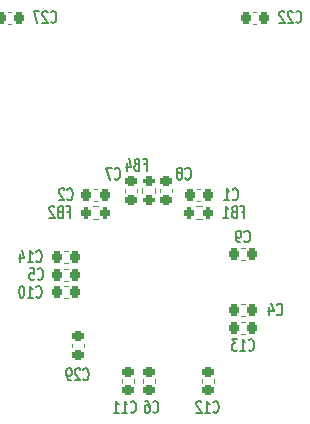
<source format=gbo>
%TF.GenerationSoftware,KiCad,Pcbnew,8.0.7*%
%TF.CreationDate,2025-01-02T12:23:41+01:00*%
%TF.ProjectId,kyncat,6b796e63-6174-42e6-9b69-6361645f7063,rev?*%
%TF.SameCoordinates,Original*%
%TF.FileFunction,Legend,Bot*%
%TF.FilePolarity,Positive*%
%FSLAX46Y46*%
G04 Gerber Fmt 4.6, Leading zero omitted, Abs format (unit mm)*
G04 Created by KiCad (PCBNEW 8.0.7) date 2025-01-02 12:23:41*
%MOMM*%
%LPD*%
G01*
G04 APERTURE LIST*
G04 Aperture macros list*
%AMRoundRect*
0 Rectangle with rounded corners*
0 $1 Rounding radius*
0 $2 $3 $4 $5 $6 $7 $8 $9 X,Y pos of 4 corners*
0 Add a 4 corners polygon primitive as box body*
4,1,4,$2,$3,$4,$5,$6,$7,$8,$9,$2,$3,0*
0 Add four circle primitives for the rounded corners*
1,1,$1+$1,$2,$3*
1,1,$1+$1,$4,$5*
1,1,$1+$1,$6,$7*
1,1,$1+$1,$8,$9*
0 Add four rect primitives between the rounded corners*
20,1,$1+$1,$2,$3,$4,$5,0*
20,1,$1+$1,$4,$5,$6,$7,0*
20,1,$1+$1,$6,$7,$8,$9,0*
20,1,$1+$1,$8,$9,$2,$3,0*%
G04 Aperture macros list end*
%ADD10C,0.187500*%
%ADD11C,0.120000*%
%ADD12R,1.700000X1.700000*%
%ADD13O,1.700000X1.700000*%
%ADD14C,3.250000*%
%ADD15R,1.400000X1.400000*%
%ADD16C,1.400000*%
%ADD17C,2.000000*%
%ADD18C,3.000000*%
%ADD19C,3.200000*%
%ADD20C,2.200000*%
%ADD21RoundRect,0.225000X0.225000X0.250000X-0.225000X0.250000X-0.225000X-0.250000X0.225000X-0.250000X0*%
%ADD22RoundRect,0.200000X-0.275000X0.200000X-0.275000X-0.200000X0.275000X-0.200000X0.275000X0.200000X0*%
%ADD23RoundRect,0.225000X0.250000X-0.225000X0.250000X0.225000X-0.250000X0.225000X-0.250000X-0.225000X0*%
%ADD24RoundRect,0.225000X-0.225000X-0.250000X0.225000X-0.250000X0.225000X0.250000X-0.225000X0.250000X0*%
%ADD25RoundRect,0.225000X-0.250000X0.225000X-0.250000X-0.225000X0.250000X-0.225000X0.250000X0.225000X0*%
%ADD26RoundRect,0.200000X-0.200000X-0.275000X0.200000X-0.275000X0.200000X0.275000X-0.200000X0.275000X0*%
%ADD27RoundRect,0.200000X0.200000X0.275000X-0.200000X0.275000X-0.200000X-0.275000X0.200000X-0.275000X0*%
G04 APERTURE END LIST*
D10*
X145125000Y-69357630D02*
X145160714Y-69405250D01*
X145160714Y-69405250D02*
X145267857Y-69452869D01*
X145267857Y-69452869D02*
X145339285Y-69452869D01*
X145339285Y-69452869D02*
X145446428Y-69405250D01*
X145446428Y-69405250D02*
X145517857Y-69310011D01*
X145517857Y-69310011D02*
X145553571Y-69214773D01*
X145553571Y-69214773D02*
X145589285Y-69024297D01*
X145589285Y-69024297D02*
X145589285Y-68881440D01*
X145589285Y-68881440D02*
X145553571Y-68690964D01*
X145553571Y-68690964D02*
X145517857Y-68595726D01*
X145517857Y-68595726D02*
X145446428Y-68500488D01*
X145446428Y-68500488D02*
X145339285Y-68452869D01*
X145339285Y-68452869D02*
X145267857Y-68452869D01*
X145267857Y-68452869D02*
X145160714Y-68500488D01*
X145160714Y-68500488D02*
X145125000Y-68548107D01*
X144410714Y-69452869D02*
X144839285Y-69452869D01*
X144625000Y-69452869D02*
X144625000Y-68452869D01*
X144625000Y-68452869D02*
X144696428Y-68595726D01*
X144696428Y-68595726D02*
X144767857Y-68690964D01*
X144767857Y-68690964D02*
X144839285Y-68738583D01*
X137624999Y-66429059D02*
X137874999Y-66429059D01*
X137874999Y-66952869D02*
X137874999Y-65952869D01*
X137874999Y-65952869D02*
X137517856Y-65952869D01*
X136982142Y-66429059D02*
X136874999Y-66476678D01*
X136874999Y-66476678D02*
X136839285Y-66524297D01*
X136839285Y-66524297D02*
X136803571Y-66619535D01*
X136803571Y-66619535D02*
X136803571Y-66762392D01*
X136803571Y-66762392D02*
X136839285Y-66857630D01*
X136839285Y-66857630D02*
X136874999Y-66905250D01*
X136874999Y-66905250D02*
X136946428Y-66952869D01*
X136946428Y-66952869D02*
X137232142Y-66952869D01*
X137232142Y-66952869D02*
X137232142Y-65952869D01*
X137232142Y-65952869D02*
X136982142Y-65952869D01*
X136982142Y-65952869D02*
X136910714Y-66000488D01*
X136910714Y-66000488D02*
X136874999Y-66048107D01*
X136874999Y-66048107D02*
X136839285Y-66143345D01*
X136839285Y-66143345D02*
X136839285Y-66238583D01*
X136839285Y-66238583D02*
X136874999Y-66333821D01*
X136874999Y-66333821D02*
X136910714Y-66381440D01*
X136910714Y-66381440D02*
X136982142Y-66429059D01*
X136982142Y-66429059D02*
X137232142Y-66429059D01*
X136160714Y-66286202D02*
X136160714Y-66952869D01*
X136339285Y-65905250D02*
X136517856Y-66619535D01*
X136517856Y-66619535D02*
X136053571Y-66619535D01*
X146125000Y-72927630D02*
X146160714Y-72975250D01*
X146160714Y-72975250D02*
X146267857Y-73022869D01*
X146267857Y-73022869D02*
X146339285Y-73022869D01*
X146339285Y-73022869D02*
X146446428Y-72975250D01*
X146446428Y-72975250D02*
X146517857Y-72880011D01*
X146517857Y-72880011D02*
X146553571Y-72784773D01*
X146553571Y-72784773D02*
X146589285Y-72594297D01*
X146589285Y-72594297D02*
X146589285Y-72451440D01*
X146589285Y-72451440D02*
X146553571Y-72260964D01*
X146553571Y-72260964D02*
X146517857Y-72165726D01*
X146517857Y-72165726D02*
X146446428Y-72070488D01*
X146446428Y-72070488D02*
X146339285Y-72022869D01*
X146339285Y-72022869D02*
X146267857Y-72022869D01*
X146267857Y-72022869D02*
X146160714Y-72070488D01*
X146160714Y-72070488D02*
X146125000Y-72118107D01*
X145767857Y-73022869D02*
X145625000Y-73022869D01*
X145625000Y-73022869D02*
X145553571Y-72975250D01*
X145553571Y-72975250D02*
X145517857Y-72927630D01*
X145517857Y-72927630D02*
X145446428Y-72784773D01*
X145446428Y-72784773D02*
X145410714Y-72594297D01*
X145410714Y-72594297D02*
X145410714Y-72213345D01*
X145410714Y-72213345D02*
X145446428Y-72118107D01*
X145446428Y-72118107D02*
X145482143Y-72070488D01*
X145482143Y-72070488D02*
X145553571Y-72022869D01*
X145553571Y-72022869D02*
X145696428Y-72022869D01*
X145696428Y-72022869D02*
X145767857Y-72070488D01*
X145767857Y-72070488D02*
X145803571Y-72118107D01*
X145803571Y-72118107D02*
X145839285Y-72213345D01*
X145839285Y-72213345D02*
X145839285Y-72451440D01*
X145839285Y-72451440D02*
X145803571Y-72546678D01*
X145803571Y-72546678D02*
X145767857Y-72594297D01*
X145767857Y-72594297D02*
X145696428Y-72641916D01*
X145696428Y-72641916D02*
X145553571Y-72641916D01*
X145553571Y-72641916D02*
X145482143Y-72594297D01*
X145482143Y-72594297D02*
X145446428Y-72546678D01*
X145446428Y-72546678D02*
X145410714Y-72451440D01*
X136482143Y-87357630D02*
X136517857Y-87405250D01*
X136517857Y-87405250D02*
X136625000Y-87452869D01*
X136625000Y-87452869D02*
X136696428Y-87452869D01*
X136696428Y-87452869D02*
X136803571Y-87405250D01*
X136803571Y-87405250D02*
X136875000Y-87310011D01*
X136875000Y-87310011D02*
X136910714Y-87214773D01*
X136910714Y-87214773D02*
X136946428Y-87024297D01*
X136946428Y-87024297D02*
X136946428Y-86881440D01*
X136946428Y-86881440D02*
X136910714Y-86690964D01*
X136910714Y-86690964D02*
X136875000Y-86595726D01*
X136875000Y-86595726D02*
X136803571Y-86500488D01*
X136803571Y-86500488D02*
X136696428Y-86452869D01*
X136696428Y-86452869D02*
X136625000Y-86452869D01*
X136625000Y-86452869D02*
X136517857Y-86500488D01*
X136517857Y-86500488D02*
X136482143Y-86548107D01*
X135767857Y-87452869D02*
X136196428Y-87452869D01*
X135982143Y-87452869D02*
X135982143Y-86452869D01*
X135982143Y-86452869D02*
X136053571Y-86595726D01*
X136053571Y-86595726D02*
X136125000Y-86690964D01*
X136125000Y-86690964D02*
X136196428Y-86738583D01*
X135053571Y-87452869D02*
X135482142Y-87452869D01*
X135267857Y-87452869D02*
X135267857Y-86452869D01*
X135267857Y-86452869D02*
X135339285Y-86595726D01*
X135339285Y-86595726D02*
X135410714Y-86690964D01*
X135410714Y-86690964D02*
X135482142Y-86738583D01*
X129732143Y-54357630D02*
X129767857Y-54405250D01*
X129767857Y-54405250D02*
X129875000Y-54452869D01*
X129875000Y-54452869D02*
X129946428Y-54452869D01*
X129946428Y-54452869D02*
X130053571Y-54405250D01*
X130053571Y-54405250D02*
X130125000Y-54310011D01*
X130125000Y-54310011D02*
X130160714Y-54214773D01*
X130160714Y-54214773D02*
X130196428Y-54024297D01*
X130196428Y-54024297D02*
X130196428Y-53881440D01*
X130196428Y-53881440D02*
X130160714Y-53690964D01*
X130160714Y-53690964D02*
X130125000Y-53595726D01*
X130125000Y-53595726D02*
X130053571Y-53500488D01*
X130053571Y-53500488D02*
X129946428Y-53452869D01*
X129946428Y-53452869D02*
X129875000Y-53452869D01*
X129875000Y-53452869D02*
X129767857Y-53500488D01*
X129767857Y-53500488D02*
X129732143Y-53548107D01*
X129446428Y-53548107D02*
X129410714Y-53500488D01*
X129410714Y-53500488D02*
X129339286Y-53452869D01*
X129339286Y-53452869D02*
X129160714Y-53452869D01*
X129160714Y-53452869D02*
X129089286Y-53500488D01*
X129089286Y-53500488D02*
X129053571Y-53548107D01*
X129053571Y-53548107D02*
X129017857Y-53643345D01*
X129017857Y-53643345D02*
X129017857Y-53738583D01*
X129017857Y-53738583D02*
X129053571Y-53881440D01*
X129053571Y-53881440D02*
X129482143Y-54452869D01*
X129482143Y-54452869D02*
X129017857Y-54452869D01*
X128767857Y-53452869D02*
X128267857Y-53452869D01*
X128267857Y-53452869D02*
X128589285Y-54452869D01*
X128482143Y-77607630D02*
X128517857Y-77655250D01*
X128517857Y-77655250D02*
X128625000Y-77702869D01*
X128625000Y-77702869D02*
X128696428Y-77702869D01*
X128696428Y-77702869D02*
X128803571Y-77655250D01*
X128803571Y-77655250D02*
X128875000Y-77560011D01*
X128875000Y-77560011D02*
X128910714Y-77464773D01*
X128910714Y-77464773D02*
X128946428Y-77274297D01*
X128946428Y-77274297D02*
X128946428Y-77131440D01*
X128946428Y-77131440D02*
X128910714Y-76940964D01*
X128910714Y-76940964D02*
X128875000Y-76845726D01*
X128875000Y-76845726D02*
X128803571Y-76750488D01*
X128803571Y-76750488D02*
X128696428Y-76702869D01*
X128696428Y-76702869D02*
X128625000Y-76702869D01*
X128625000Y-76702869D02*
X128517857Y-76750488D01*
X128517857Y-76750488D02*
X128482143Y-76798107D01*
X127767857Y-77702869D02*
X128196428Y-77702869D01*
X127982143Y-77702869D02*
X127982143Y-76702869D01*
X127982143Y-76702869D02*
X128053571Y-76845726D01*
X128053571Y-76845726D02*
X128125000Y-76940964D01*
X128125000Y-76940964D02*
X128196428Y-76988583D01*
X127303571Y-76702869D02*
X127232142Y-76702869D01*
X127232142Y-76702869D02*
X127160714Y-76750488D01*
X127160714Y-76750488D02*
X127125000Y-76798107D01*
X127125000Y-76798107D02*
X127089285Y-76893345D01*
X127089285Y-76893345D02*
X127053571Y-77083821D01*
X127053571Y-77083821D02*
X127053571Y-77321916D01*
X127053571Y-77321916D02*
X127089285Y-77512392D01*
X127089285Y-77512392D02*
X127125000Y-77607630D01*
X127125000Y-77607630D02*
X127160714Y-77655250D01*
X127160714Y-77655250D02*
X127232142Y-77702869D01*
X127232142Y-77702869D02*
X127303571Y-77702869D01*
X127303571Y-77702869D02*
X127375000Y-77655250D01*
X127375000Y-77655250D02*
X127410714Y-77607630D01*
X127410714Y-77607630D02*
X127446428Y-77512392D01*
X127446428Y-77512392D02*
X127482142Y-77321916D01*
X127482142Y-77321916D02*
X127482142Y-77083821D01*
X127482142Y-77083821D02*
X127446428Y-76893345D01*
X127446428Y-76893345D02*
X127410714Y-76798107D01*
X127410714Y-76798107D02*
X127375000Y-76750488D01*
X127375000Y-76750488D02*
X127303571Y-76702869D01*
X146482143Y-82107630D02*
X146517857Y-82155250D01*
X146517857Y-82155250D02*
X146625000Y-82202869D01*
X146625000Y-82202869D02*
X146696428Y-82202869D01*
X146696428Y-82202869D02*
X146803571Y-82155250D01*
X146803571Y-82155250D02*
X146875000Y-82060011D01*
X146875000Y-82060011D02*
X146910714Y-81964773D01*
X146910714Y-81964773D02*
X146946428Y-81774297D01*
X146946428Y-81774297D02*
X146946428Y-81631440D01*
X146946428Y-81631440D02*
X146910714Y-81440964D01*
X146910714Y-81440964D02*
X146875000Y-81345726D01*
X146875000Y-81345726D02*
X146803571Y-81250488D01*
X146803571Y-81250488D02*
X146696428Y-81202869D01*
X146696428Y-81202869D02*
X146625000Y-81202869D01*
X146625000Y-81202869D02*
X146517857Y-81250488D01*
X146517857Y-81250488D02*
X146482143Y-81298107D01*
X145767857Y-82202869D02*
X146196428Y-82202869D01*
X145982143Y-82202869D02*
X145982143Y-81202869D01*
X145982143Y-81202869D02*
X146053571Y-81345726D01*
X146053571Y-81345726D02*
X146125000Y-81440964D01*
X146125000Y-81440964D02*
X146196428Y-81488583D01*
X145517857Y-81202869D02*
X145053571Y-81202869D01*
X145053571Y-81202869D02*
X145303571Y-81583821D01*
X145303571Y-81583821D02*
X145196428Y-81583821D01*
X145196428Y-81583821D02*
X145125000Y-81631440D01*
X145125000Y-81631440D02*
X145089285Y-81679059D01*
X145089285Y-81679059D02*
X145053571Y-81774297D01*
X145053571Y-81774297D02*
X145053571Y-82012392D01*
X145053571Y-82012392D02*
X145089285Y-82107630D01*
X145089285Y-82107630D02*
X145125000Y-82155250D01*
X145125000Y-82155250D02*
X145196428Y-82202869D01*
X145196428Y-82202869D02*
X145410714Y-82202869D01*
X145410714Y-82202869D02*
X145482142Y-82155250D01*
X145482142Y-82155250D02*
X145517857Y-82107630D01*
X141125000Y-67607630D02*
X141160714Y-67655250D01*
X141160714Y-67655250D02*
X141267857Y-67702869D01*
X141267857Y-67702869D02*
X141339285Y-67702869D01*
X141339285Y-67702869D02*
X141446428Y-67655250D01*
X141446428Y-67655250D02*
X141517857Y-67560011D01*
X141517857Y-67560011D02*
X141553571Y-67464773D01*
X141553571Y-67464773D02*
X141589285Y-67274297D01*
X141589285Y-67274297D02*
X141589285Y-67131440D01*
X141589285Y-67131440D02*
X141553571Y-66940964D01*
X141553571Y-66940964D02*
X141517857Y-66845726D01*
X141517857Y-66845726D02*
X141446428Y-66750488D01*
X141446428Y-66750488D02*
X141339285Y-66702869D01*
X141339285Y-66702869D02*
X141267857Y-66702869D01*
X141267857Y-66702869D02*
X141160714Y-66750488D01*
X141160714Y-66750488D02*
X141125000Y-66798107D01*
X140696428Y-67131440D02*
X140767857Y-67083821D01*
X140767857Y-67083821D02*
X140803571Y-67036202D01*
X140803571Y-67036202D02*
X140839285Y-66940964D01*
X140839285Y-66940964D02*
X140839285Y-66893345D01*
X140839285Y-66893345D02*
X140803571Y-66798107D01*
X140803571Y-66798107D02*
X140767857Y-66750488D01*
X140767857Y-66750488D02*
X140696428Y-66702869D01*
X140696428Y-66702869D02*
X140553571Y-66702869D01*
X140553571Y-66702869D02*
X140482143Y-66750488D01*
X140482143Y-66750488D02*
X140446428Y-66798107D01*
X140446428Y-66798107D02*
X140410714Y-66893345D01*
X140410714Y-66893345D02*
X140410714Y-66940964D01*
X140410714Y-66940964D02*
X140446428Y-67036202D01*
X140446428Y-67036202D02*
X140482143Y-67083821D01*
X140482143Y-67083821D02*
X140553571Y-67131440D01*
X140553571Y-67131440D02*
X140696428Y-67131440D01*
X140696428Y-67131440D02*
X140767857Y-67179059D01*
X140767857Y-67179059D02*
X140803571Y-67226678D01*
X140803571Y-67226678D02*
X140839285Y-67321916D01*
X140839285Y-67321916D02*
X140839285Y-67512392D01*
X140839285Y-67512392D02*
X140803571Y-67607630D01*
X140803571Y-67607630D02*
X140767857Y-67655250D01*
X140767857Y-67655250D02*
X140696428Y-67702869D01*
X140696428Y-67702869D02*
X140553571Y-67702869D01*
X140553571Y-67702869D02*
X140482143Y-67655250D01*
X140482143Y-67655250D02*
X140446428Y-67607630D01*
X140446428Y-67607630D02*
X140410714Y-67512392D01*
X140410714Y-67512392D02*
X140410714Y-67321916D01*
X140410714Y-67321916D02*
X140446428Y-67226678D01*
X140446428Y-67226678D02*
X140482143Y-67179059D01*
X140482143Y-67179059D02*
X140553571Y-67131440D01*
X131125000Y-69357630D02*
X131160714Y-69405250D01*
X131160714Y-69405250D02*
X131267857Y-69452869D01*
X131267857Y-69452869D02*
X131339285Y-69452869D01*
X131339285Y-69452869D02*
X131446428Y-69405250D01*
X131446428Y-69405250D02*
X131517857Y-69310011D01*
X131517857Y-69310011D02*
X131553571Y-69214773D01*
X131553571Y-69214773D02*
X131589285Y-69024297D01*
X131589285Y-69024297D02*
X131589285Y-68881440D01*
X131589285Y-68881440D02*
X131553571Y-68690964D01*
X131553571Y-68690964D02*
X131517857Y-68595726D01*
X131517857Y-68595726D02*
X131446428Y-68500488D01*
X131446428Y-68500488D02*
X131339285Y-68452869D01*
X131339285Y-68452869D02*
X131267857Y-68452869D01*
X131267857Y-68452869D02*
X131160714Y-68500488D01*
X131160714Y-68500488D02*
X131125000Y-68548107D01*
X130839285Y-68548107D02*
X130803571Y-68500488D01*
X130803571Y-68500488D02*
X130732143Y-68452869D01*
X130732143Y-68452869D02*
X130553571Y-68452869D01*
X130553571Y-68452869D02*
X130482143Y-68500488D01*
X130482143Y-68500488D02*
X130446428Y-68548107D01*
X130446428Y-68548107D02*
X130410714Y-68643345D01*
X130410714Y-68643345D02*
X130410714Y-68738583D01*
X130410714Y-68738583D02*
X130446428Y-68881440D01*
X130446428Y-68881440D02*
X130875000Y-69452869D01*
X130875000Y-69452869D02*
X130410714Y-69452869D01*
X148875000Y-79107630D02*
X148910714Y-79155250D01*
X148910714Y-79155250D02*
X149017857Y-79202869D01*
X149017857Y-79202869D02*
X149089285Y-79202869D01*
X149089285Y-79202869D02*
X149196428Y-79155250D01*
X149196428Y-79155250D02*
X149267857Y-79060011D01*
X149267857Y-79060011D02*
X149303571Y-78964773D01*
X149303571Y-78964773D02*
X149339285Y-78774297D01*
X149339285Y-78774297D02*
X149339285Y-78631440D01*
X149339285Y-78631440D02*
X149303571Y-78440964D01*
X149303571Y-78440964D02*
X149267857Y-78345726D01*
X149267857Y-78345726D02*
X149196428Y-78250488D01*
X149196428Y-78250488D02*
X149089285Y-78202869D01*
X149089285Y-78202869D02*
X149017857Y-78202869D01*
X149017857Y-78202869D02*
X148910714Y-78250488D01*
X148910714Y-78250488D02*
X148875000Y-78298107D01*
X148232143Y-78536202D02*
X148232143Y-79202869D01*
X148410714Y-78155250D02*
X148589285Y-78869535D01*
X148589285Y-78869535D02*
X148125000Y-78869535D01*
X128482143Y-74607630D02*
X128517857Y-74655250D01*
X128517857Y-74655250D02*
X128625000Y-74702869D01*
X128625000Y-74702869D02*
X128696428Y-74702869D01*
X128696428Y-74702869D02*
X128803571Y-74655250D01*
X128803571Y-74655250D02*
X128875000Y-74560011D01*
X128875000Y-74560011D02*
X128910714Y-74464773D01*
X128910714Y-74464773D02*
X128946428Y-74274297D01*
X128946428Y-74274297D02*
X128946428Y-74131440D01*
X128946428Y-74131440D02*
X128910714Y-73940964D01*
X128910714Y-73940964D02*
X128875000Y-73845726D01*
X128875000Y-73845726D02*
X128803571Y-73750488D01*
X128803571Y-73750488D02*
X128696428Y-73702869D01*
X128696428Y-73702869D02*
X128625000Y-73702869D01*
X128625000Y-73702869D02*
X128517857Y-73750488D01*
X128517857Y-73750488D02*
X128482143Y-73798107D01*
X127767857Y-74702869D02*
X128196428Y-74702869D01*
X127982143Y-74702869D02*
X127982143Y-73702869D01*
X127982143Y-73702869D02*
X128053571Y-73845726D01*
X128053571Y-73845726D02*
X128125000Y-73940964D01*
X128125000Y-73940964D02*
X128196428Y-73988583D01*
X127125000Y-74036202D02*
X127125000Y-74702869D01*
X127303571Y-73655250D02*
X127482142Y-74369535D01*
X127482142Y-74369535D02*
X127017857Y-74369535D01*
X150482143Y-54357630D02*
X150517857Y-54405250D01*
X150517857Y-54405250D02*
X150625000Y-54452869D01*
X150625000Y-54452869D02*
X150696428Y-54452869D01*
X150696428Y-54452869D02*
X150803571Y-54405250D01*
X150803571Y-54405250D02*
X150875000Y-54310011D01*
X150875000Y-54310011D02*
X150910714Y-54214773D01*
X150910714Y-54214773D02*
X150946428Y-54024297D01*
X150946428Y-54024297D02*
X150946428Y-53881440D01*
X150946428Y-53881440D02*
X150910714Y-53690964D01*
X150910714Y-53690964D02*
X150875000Y-53595726D01*
X150875000Y-53595726D02*
X150803571Y-53500488D01*
X150803571Y-53500488D02*
X150696428Y-53452869D01*
X150696428Y-53452869D02*
X150625000Y-53452869D01*
X150625000Y-53452869D02*
X150517857Y-53500488D01*
X150517857Y-53500488D02*
X150482143Y-53548107D01*
X150196428Y-53548107D02*
X150160714Y-53500488D01*
X150160714Y-53500488D02*
X150089286Y-53452869D01*
X150089286Y-53452869D02*
X149910714Y-53452869D01*
X149910714Y-53452869D02*
X149839286Y-53500488D01*
X149839286Y-53500488D02*
X149803571Y-53548107D01*
X149803571Y-53548107D02*
X149767857Y-53643345D01*
X149767857Y-53643345D02*
X149767857Y-53738583D01*
X149767857Y-53738583D02*
X149803571Y-53881440D01*
X149803571Y-53881440D02*
X150232143Y-54452869D01*
X150232143Y-54452869D02*
X149767857Y-54452869D01*
X149482142Y-53548107D02*
X149446428Y-53500488D01*
X149446428Y-53500488D02*
X149375000Y-53452869D01*
X149375000Y-53452869D02*
X149196428Y-53452869D01*
X149196428Y-53452869D02*
X149125000Y-53500488D01*
X149125000Y-53500488D02*
X149089285Y-53548107D01*
X149089285Y-53548107D02*
X149053571Y-53643345D01*
X149053571Y-53643345D02*
X149053571Y-53738583D01*
X149053571Y-53738583D02*
X149089285Y-53881440D01*
X149089285Y-53881440D02*
X149517857Y-54452869D01*
X149517857Y-54452869D02*
X149053571Y-54452869D01*
X131124999Y-70429059D02*
X131374999Y-70429059D01*
X131374999Y-70952869D02*
X131374999Y-69952869D01*
X131374999Y-69952869D02*
X131017856Y-69952869D01*
X130482142Y-70429059D02*
X130374999Y-70476678D01*
X130374999Y-70476678D02*
X130339285Y-70524297D01*
X130339285Y-70524297D02*
X130303571Y-70619535D01*
X130303571Y-70619535D02*
X130303571Y-70762392D01*
X130303571Y-70762392D02*
X130339285Y-70857630D01*
X130339285Y-70857630D02*
X130374999Y-70905250D01*
X130374999Y-70905250D02*
X130446428Y-70952869D01*
X130446428Y-70952869D02*
X130732142Y-70952869D01*
X130732142Y-70952869D02*
X130732142Y-69952869D01*
X130732142Y-69952869D02*
X130482142Y-69952869D01*
X130482142Y-69952869D02*
X130410714Y-70000488D01*
X130410714Y-70000488D02*
X130374999Y-70048107D01*
X130374999Y-70048107D02*
X130339285Y-70143345D01*
X130339285Y-70143345D02*
X130339285Y-70238583D01*
X130339285Y-70238583D02*
X130374999Y-70333821D01*
X130374999Y-70333821D02*
X130410714Y-70381440D01*
X130410714Y-70381440D02*
X130482142Y-70429059D01*
X130482142Y-70429059D02*
X130732142Y-70429059D01*
X130017856Y-70048107D02*
X129982142Y-70000488D01*
X129982142Y-70000488D02*
X129910714Y-69952869D01*
X129910714Y-69952869D02*
X129732142Y-69952869D01*
X129732142Y-69952869D02*
X129660714Y-70000488D01*
X129660714Y-70000488D02*
X129624999Y-70048107D01*
X129624999Y-70048107D02*
X129589285Y-70143345D01*
X129589285Y-70143345D02*
X129589285Y-70238583D01*
X129589285Y-70238583D02*
X129624999Y-70381440D01*
X129624999Y-70381440D02*
X130053571Y-70952869D01*
X130053571Y-70952869D02*
X129589285Y-70952869D01*
X143482143Y-87357630D02*
X143517857Y-87405250D01*
X143517857Y-87405250D02*
X143625000Y-87452869D01*
X143625000Y-87452869D02*
X143696428Y-87452869D01*
X143696428Y-87452869D02*
X143803571Y-87405250D01*
X143803571Y-87405250D02*
X143875000Y-87310011D01*
X143875000Y-87310011D02*
X143910714Y-87214773D01*
X143910714Y-87214773D02*
X143946428Y-87024297D01*
X143946428Y-87024297D02*
X143946428Y-86881440D01*
X143946428Y-86881440D02*
X143910714Y-86690964D01*
X143910714Y-86690964D02*
X143875000Y-86595726D01*
X143875000Y-86595726D02*
X143803571Y-86500488D01*
X143803571Y-86500488D02*
X143696428Y-86452869D01*
X143696428Y-86452869D02*
X143625000Y-86452869D01*
X143625000Y-86452869D02*
X143517857Y-86500488D01*
X143517857Y-86500488D02*
X143482143Y-86548107D01*
X142767857Y-87452869D02*
X143196428Y-87452869D01*
X142982143Y-87452869D02*
X142982143Y-86452869D01*
X142982143Y-86452869D02*
X143053571Y-86595726D01*
X143053571Y-86595726D02*
X143125000Y-86690964D01*
X143125000Y-86690964D02*
X143196428Y-86738583D01*
X142482142Y-86548107D02*
X142446428Y-86500488D01*
X142446428Y-86500488D02*
X142375000Y-86452869D01*
X142375000Y-86452869D02*
X142196428Y-86452869D01*
X142196428Y-86452869D02*
X142125000Y-86500488D01*
X142125000Y-86500488D02*
X142089285Y-86548107D01*
X142089285Y-86548107D02*
X142053571Y-86643345D01*
X142053571Y-86643345D02*
X142053571Y-86738583D01*
X142053571Y-86738583D02*
X142089285Y-86881440D01*
X142089285Y-86881440D02*
X142517857Y-87452869D01*
X142517857Y-87452869D02*
X142053571Y-87452869D01*
X138375000Y-87357630D02*
X138410714Y-87405250D01*
X138410714Y-87405250D02*
X138517857Y-87452869D01*
X138517857Y-87452869D02*
X138589285Y-87452869D01*
X138589285Y-87452869D02*
X138696428Y-87405250D01*
X138696428Y-87405250D02*
X138767857Y-87310011D01*
X138767857Y-87310011D02*
X138803571Y-87214773D01*
X138803571Y-87214773D02*
X138839285Y-87024297D01*
X138839285Y-87024297D02*
X138839285Y-86881440D01*
X138839285Y-86881440D02*
X138803571Y-86690964D01*
X138803571Y-86690964D02*
X138767857Y-86595726D01*
X138767857Y-86595726D02*
X138696428Y-86500488D01*
X138696428Y-86500488D02*
X138589285Y-86452869D01*
X138589285Y-86452869D02*
X138517857Y-86452869D01*
X138517857Y-86452869D02*
X138410714Y-86500488D01*
X138410714Y-86500488D02*
X138375000Y-86548107D01*
X137732143Y-86452869D02*
X137875000Y-86452869D01*
X137875000Y-86452869D02*
X137946428Y-86500488D01*
X137946428Y-86500488D02*
X137982143Y-86548107D01*
X137982143Y-86548107D02*
X138053571Y-86690964D01*
X138053571Y-86690964D02*
X138089285Y-86881440D01*
X138089285Y-86881440D02*
X138089285Y-87262392D01*
X138089285Y-87262392D02*
X138053571Y-87357630D01*
X138053571Y-87357630D02*
X138017857Y-87405250D01*
X138017857Y-87405250D02*
X137946428Y-87452869D01*
X137946428Y-87452869D02*
X137803571Y-87452869D01*
X137803571Y-87452869D02*
X137732143Y-87405250D01*
X137732143Y-87405250D02*
X137696428Y-87357630D01*
X137696428Y-87357630D02*
X137660714Y-87262392D01*
X137660714Y-87262392D02*
X137660714Y-87024297D01*
X137660714Y-87024297D02*
X137696428Y-86929059D01*
X137696428Y-86929059D02*
X137732143Y-86881440D01*
X137732143Y-86881440D02*
X137803571Y-86833821D01*
X137803571Y-86833821D02*
X137946428Y-86833821D01*
X137946428Y-86833821D02*
X138017857Y-86881440D01*
X138017857Y-86881440D02*
X138053571Y-86929059D01*
X138053571Y-86929059D02*
X138089285Y-87024297D01*
X135125000Y-67607630D02*
X135160714Y-67655250D01*
X135160714Y-67655250D02*
X135267857Y-67702869D01*
X135267857Y-67702869D02*
X135339285Y-67702869D01*
X135339285Y-67702869D02*
X135446428Y-67655250D01*
X135446428Y-67655250D02*
X135517857Y-67560011D01*
X135517857Y-67560011D02*
X135553571Y-67464773D01*
X135553571Y-67464773D02*
X135589285Y-67274297D01*
X135589285Y-67274297D02*
X135589285Y-67131440D01*
X135589285Y-67131440D02*
X135553571Y-66940964D01*
X135553571Y-66940964D02*
X135517857Y-66845726D01*
X135517857Y-66845726D02*
X135446428Y-66750488D01*
X135446428Y-66750488D02*
X135339285Y-66702869D01*
X135339285Y-66702869D02*
X135267857Y-66702869D01*
X135267857Y-66702869D02*
X135160714Y-66750488D01*
X135160714Y-66750488D02*
X135125000Y-66798107D01*
X134875000Y-66702869D02*
X134375000Y-66702869D01*
X134375000Y-66702869D02*
X134696428Y-67702869D01*
X145874999Y-70429059D02*
X146124999Y-70429059D01*
X146124999Y-70952869D02*
X146124999Y-69952869D01*
X146124999Y-69952869D02*
X145767856Y-69952869D01*
X145232142Y-70429059D02*
X145124999Y-70476678D01*
X145124999Y-70476678D02*
X145089285Y-70524297D01*
X145089285Y-70524297D02*
X145053571Y-70619535D01*
X145053571Y-70619535D02*
X145053571Y-70762392D01*
X145053571Y-70762392D02*
X145089285Y-70857630D01*
X145089285Y-70857630D02*
X145124999Y-70905250D01*
X145124999Y-70905250D02*
X145196428Y-70952869D01*
X145196428Y-70952869D02*
X145482142Y-70952869D01*
X145482142Y-70952869D02*
X145482142Y-69952869D01*
X145482142Y-69952869D02*
X145232142Y-69952869D01*
X145232142Y-69952869D02*
X145160714Y-70000488D01*
X145160714Y-70000488D02*
X145124999Y-70048107D01*
X145124999Y-70048107D02*
X145089285Y-70143345D01*
X145089285Y-70143345D02*
X145089285Y-70238583D01*
X145089285Y-70238583D02*
X145124999Y-70333821D01*
X145124999Y-70333821D02*
X145160714Y-70381440D01*
X145160714Y-70381440D02*
X145232142Y-70429059D01*
X145232142Y-70429059D02*
X145482142Y-70429059D01*
X144339285Y-70952869D02*
X144767856Y-70952869D01*
X144553571Y-70952869D02*
X144553571Y-69952869D01*
X144553571Y-69952869D02*
X144624999Y-70095726D01*
X144624999Y-70095726D02*
X144696428Y-70190964D01*
X144696428Y-70190964D02*
X144767856Y-70238583D01*
X128625000Y-76107630D02*
X128660714Y-76155250D01*
X128660714Y-76155250D02*
X128767857Y-76202869D01*
X128767857Y-76202869D02*
X128839285Y-76202869D01*
X128839285Y-76202869D02*
X128946428Y-76155250D01*
X128946428Y-76155250D02*
X129017857Y-76060011D01*
X129017857Y-76060011D02*
X129053571Y-75964773D01*
X129053571Y-75964773D02*
X129089285Y-75774297D01*
X129089285Y-75774297D02*
X129089285Y-75631440D01*
X129089285Y-75631440D02*
X129053571Y-75440964D01*
X129053571Y-75440964D02*
X129017857Y-75345726D01*
X129017857Y-75345726D02*
X128946428Y-75250488D01*
X128946428Y-75250488D02*
X128839285Y-75202869D01*
X128839285Y-75202869D02*
X128767857Y-75202869D01*
X128767857Y-75202869D02*
X128660714Y-75250488D01*
X128660714Y-75250488D02*
X128625000Y-75298107D01*
X127946428Y-75202869D02*
X128303571Y-75202869D01*
X128303571Y-75202869D02*
X128339285Y-75679059D01*
X128339285Y-75679059D02*
X128303571Y-75631440D01*
X128303571Y-75631440D02*
X128232143Y-75583821D01*
X128232143Y-75583821D02*
X128053571Y-75583821D01*
X128053571Y-75583821D02*
X127982143Y-75631440D01*
X127982143Y-75631440D02*
X127946428Y-75679059D01*
X127946428Y-75679059D02*
X127910714Y-75774297D01*
X127910714Y-75774297D02*
X127910714Y-76012392D01*
X127910714Y-76012392D02*
X127946428Y-76107630D01*
X127946428Y-76107630D02*
X127982143Y-76155250D01*
X127982143Y-76155250D02*
X128053571Y-76202869D01*
X128053571Y-76202869D02*
X128232143Y-76202869D01*
X128232143Y-76202869D02*
X128303571Y-76155250D01*
X128303571Y-76155250D02*
X128339285Y-76107630D01*
X132482143Y-84607630D02*
X132517857Y-84655250D01*
X132517857Y-84655250D02*
X132625000Y-84702869D01*
X132625000Y-84702869D02*
X132696428Y-84702869D01*
X132696428Y-84702869D02*
X132803571Y-84655250D01*
X132803571Y-84655250D02*
X132875000Y-84560011D01*
X132875000Y-84560011D02*
X132910714Y-84464773D01*
X132910714Y-84464773D02*
X132946428Y-84274297D01*
X132946428Y-84274297D02*
X132946428Y-84131440D01*
X132946428Y-84131440D02*
X132910714Y-83940964D01*
X132910714Y-83940964D02*
X132875000Y-83845726D01*
X132875000Y-83845726D02*
X132803571Y-83750488D01*
X132803571Y-83750488D02*
X132696428Y-83702869D01*
X132696428Y-83702869D02*
X132625000Y-83702869D01*
X132625000Y-83702869D02*
X132517857Y-83750488D01*
X132517857Y-83750488D02*
X132482143Y-83798107D01*
X132196428Y-83798107D02*
X132160714Y-83750488D01*
X132160714Y-83750488D02*
X132089286Y-83702869D01*
X132089286Y-83702869D02*
X131910714Y-83702869D01*
X131910714Y-83702869D02*
X131839286Y-83750488D01*
X131839286Y-83750488D02*
X131803571Y-83798107D01*
X131803571Y-83798107D02*
X131767857Y-83893345D01*
X131767857Y-83893345D02*
X131767857Y-83988583D01*
X131767857Y-83988583D02*
X131803571Y-84131440D01*
X131803571Y-84131440D02*
X132232143Y-84702869D01*
X132232143Y-84702869D02*
X131767857Y-84702869D01*
X131410714Y-84702869D02*
X131267857Y-84702869D01*
X131267857Y-84702869D02*
X131196428Y-84655250D01*
X131196428Y-84655250D02*
X131160714Y-84607630D01*
X131160714Y-84607630D02*
X131089285Y-84464773D01*
X131089285Y-84464773D02*
X131053571Y-84274297D01*
X131053571Y-84274297D02*
X131053571Y-83893345D01*
X131053571Y-83893345D02*
X131089285Y-83798107D01*
X131089285Y-83798107D02*
X131125000Y-83750488D01*
X131125000Y-83750488D02*
X131196428Y-83702869D01*
X131196428Y-83702869D02*
X131339285Y-83702869D01*
X131339285Y-83702869D02*
X131410714Y-83750488D01*
X131410714Y-83750488D02*
X131446428Y-83798107D01*
X131446428Y-83798107D02*
X131482142Y-83893345D01*
X131482142Y-83893345D02*
X131482142Y-84131440D01*
X131482142Y-84131440D02*
X131446428Y-84226678D01*
X131446428Y-84226678D02*
X131410714Y-84274297D01*
X131410714Y-84274297D02*
X131339285Y-84321916D01*
X131339285Y-84321916D02*
X131196428Y-84321916D01*
X131196428Y-84321916D02*
X131125000Y-84274297D01*
X131125000Y-84274297D02*
X131089285Y-84226678D01*
X131089285Y-84226678D02*
X131053571Y-84131440D01*
D11*
%TO.C,C1*%
X142109420Y-68490000D02*
X142390580Y-68490000D01*
X142109420Y-69510000D02*
X142390580Y-69510000D01*
%TO.C,FB4*%
X137477500Y-68862258D02*
X137477500Y-68387742D01*
X138522500Y-68862258D02*
X138522500Y-68387742D01*
%TO.C,C9*%
X145859420Y-73490000D02*
X146140580Y-73490000D01*
X145859420Y-74510000D02*
X146140580Y-74510000D01*
%TO.C,C11*%
X135740000Y-84609420D02*
X135740000Y-84890580D01*
X136760000Y-84609420D02*
X136760000Y-84890580D01*
%TO.C,C27*%
X126109420Y-53490000D02*
X126390580Y-53490000D01*
X126109420Y-54510000D02*
X126390580Y-54510000D01*
%TO.C,C10*%
X131140580Y-76740000D02*
X130859420Y-76740000D01*
X131140580Y-77760000D02*
X130859420Y-77760000D01*
%TO.C,C13*%
X145859420Y-79740000D02*
X146140580Y-79740000D01*
X145859420Y-80760000D02*
X146140580Y-80760000D01*
%TO.C,C8*%
X138990000Y-68765580D02*
X138990000Y-68484420D01*
X140010000Y-68765580D02*
X140010000Y-68484420D01*
%TO.C,C2*%
X133640580Y-68490000D02*
X133359420Y-68490000D01*
X133640580Y-69510000D02*
X133359420Y-69510000D01*
%TO.C,C4*%
X145859420Y-78240000D02*
X146140580Y-78240000D01*
X145859420Y-79260000D02*
X146140580Y-79260000D01*
%TO.C,C14*%
X131140580Y-73740000D02*
X130859420Y-73740000D01*
X131140580Y-74760000D02*
X130859420Y-74760000D01*
%TO.C,C22*%
X146859420Y-53490000D02*
X147140580Y-53490000D01*
X146859420Y-54510000D02*
X147140580Y-54510000D01*
%TO.C,FB2*%
X133737258Y-69977500D02*
X133262742Y-69977500D01*
X133737258Y-71022500D02*
X133262742Y-71022500D01*
%TO.C,C12*%
X142490000Y-84609420D02*
X142490000Y-84890580D01*
X143510000Y-84609420D02*
X143510000Y-84890580D01*
%TO.C,C6*%
X137490000Y-84609420D02*
X137490000Y-84890580D01*
X138510000Y-84609420D02*
X138510000Y-84890580D01*
%TO.C,C7*%
X135990000Y-68765580D02*
X135990000Y-68484420D01*
X137010000Y-68765580D02*
X137010000Y-68484420D01*
%TO.C,FB1*%
X142012742Y-69977500D02*
X142487258Y-69977500D01*
X142012742Y-71022500D02*
X142487258Y-71022500D01*
%TO.C,C5*%
X131140580Y-75240000D02*
X130859420Y-75240000D01*
X131140580Y-76260000D02*
X130859420Y-76260000D01*
%TO.C,C29*%
X131490000Y-81609420D02*
X131490000Y-81890580D01*
X132510000Y-81609420D02*
X132510000Y-81890580D01*
%TD*%
%LPC*%
D12*
%TO.C,J2*%
X113000000Y-96250000D03*
D13*
X115540000Y-96250000D03*
X118080000Y-96250000D03*
X120620000Y-96250000D03*
X123160000Y-96250000D03*
X125700000Y-96250000D03*
%TD*%
D14*
%TO.C,J3*%
X154715000Y-49855000D03*
X143285000Y-49855000D03*
D15*
X153445000Y-56205000D03*
D16*
X152175000Y-58745000D03*
X150905000Y-56205000D03*
X149635000Y-58745000D03*
X148365000Y-56205000D03*
X147095000Y-58745000D03*
X145825000Y-56205000D03*
X144555000Y-58745000D03*
D17*
X155630000Y-45795000D03*
X153090000Y-45795000D03*
X144910000Y-45795000D03*
X142370000Y-45795000D03*
D18*
X156745000Y-52905000D03*
X141255000Y-52905000D03*
%TD*%
D19*
%TO.C,H2*%
X160500000Y-95000000D03*
%TD*%
%TO.C,H3*%
X106500000Y-41250000D03*
%TD*%
D12*
%TO.C,J4*%
X161250000Y-72000000D03*
D13*
X161250000Y-74540000D03*
X161250000Y-77080000D03*
X161250000Y-79620000D03*
X161250000Y-82160000D03*
X161250000Y-84700000D03*
X161250000Y-87240000D03*
X161250000Y-89780000D03*
%TD*%
D12*
%TO.C,U3*%
X122650000Y-67820000D03*
X104850000Y-67820000D03*
X122650000Y-90680000D03*
X107410000Y-90680000D03*
%TD*%
D19*
%TO.C,H4*%
X106500000Y-95000000D03*
%TD*%
D12*
%TO.C,J5*%
X161250000Y-68250000D03*
D13*
X161250000Y-65710000D03*
X161250000Y-63170000D03*
X161250000Y-60630000D03*
%TD*%
D20*
%TO.C,J6*%
X115000401Y-64250000D03*
X105800399Y-64250000D03*
X115000401Y-60249999D03*
X105800399Y-60249999D03*
%TD*%
D14*
%TO.C,J1*%
X133715000Y-49855000D03*
X122285000Y-49855000D03*
D15*
X132445000Y-56205000D03*
D16*
X131175000Y-58745000D03*
X129905000Y-56205000D03*
X128635000Y-58745000D03*
X127365000Y-56205000D03*
X126095000Y-58745000D03*
X124825000Y-56205000D03*
X123555000Y-58745000D03*
D17*
X134630000Y-45795000D03*
X132090000Y-45795000D03*
X123910000Y-45795000D03*
X121370000Y-45795000D03*
D18*
X135745000Y-52905000D03*
X120255000Y-52905000D03*
%TD*%
D12*
%TO.C,J8*%
X147375000Y-93750000D03*
D13*
X147375000Y-96290000D03*
X144835000Y-93750000D03*
X144835000Y-96290000D03*
X142295000Y-93750000D03*
X142295000Y-96290000D03*
X139755000Y-93750000D03*
X139755000Y-96290000D03*
X137215000Y-93750000D03*
X137215000Y-96290000D03*
X134675000Y-93750000D03*
X134675000Y-96290000D03*
X132135000Y-93750000D03*
X132135000Y-96290000D03*
X129595000Y-93750000D03*
X129595000Y-96290000D03*
%TD*%
D19*
%TO.C,H1*%
X160500000Y-41250000D03*
%TD*%
D21*
%TO.C,C1*%
X143025000Y-69000000D03*
X141475000Y-69000000D03*
%TD*%
D22*
%TO.C,FB4*%
X138000000Y-67800000D03*
X138000000Y-69450000D03*
%TD*%
D21*
%TO.C,C9*%
X146775000Y-74000000D03*
X145225000Y-74000000D03*
%TD*%
D23*
%TO.C,C11*%
X136250000Y-85525000D03*
X136250000Y-83975000D03*
%TD*%
D21*
%TO.C,C27*%
X127025000Y-54000000D03*
X125475000Y-54000000D03*
%TD*%
D24*
%TO.C,C10*%
X130225000Y-77250000D03*
X131775000Y-77250000D03*
%TD*%
D21*
%TO.C,C13*%
X146775000Y-80250000D03*
X145225000Y-80250000D03*
%TD*%
D25*
%TO.C,C8*%
X139500000Y-67850000D03*
X139500000Y-69400000D03*
%TD*%
D24*
%TO.C,C2*%
X132725000Y-69000000D03*
X134275000Y-69000000D03*
%TD*%
D21*
%TO.C,C4*%
X146775000Y-78750000D03*
X145225000Y-78750000D03*
%TD*%
D24*
%TO.C,C14*%
X130225000Y-74250000D03*
X131775000Y-74250000D03*
%TD*%
D21*
%TO.C,C22*%
X147775000Y-54000000D03*
X146225000Y-54000000D03*
%TD*%
D26*
%TO.C,FB2*%
X132675000Y-70500000D03*
X134325000Y-70500000D03*
%TD*%
D23*
%TO.C,C12*%
X143000000Y-85525000D03*
X143000000Y-83975000D03*
%TD*%
%TO.C,C6*%
X138000000Y-85525000D03*
X138000000Y-83975000D03*
%TD*%
D25*
%TO.C,C7*%
X136500000Y-67850000D03*
X136500000Y-69400000D03*
%TD*%
D27*
%TO.C,FB1*%
X143075000Y-70500000D03*
X141425000Y-70500000D03*
%TD*%
D24*
%TO.C,C5*%
X130225000Y-75750000D03*
X131775000Y-75750000D03*
%TD*%
D23*
%TO.C,C29*%
X132000000Y-82525000D03*
X132000000Y-80975000D03*
%TD*%
%LPD*%
M02*

</source>
